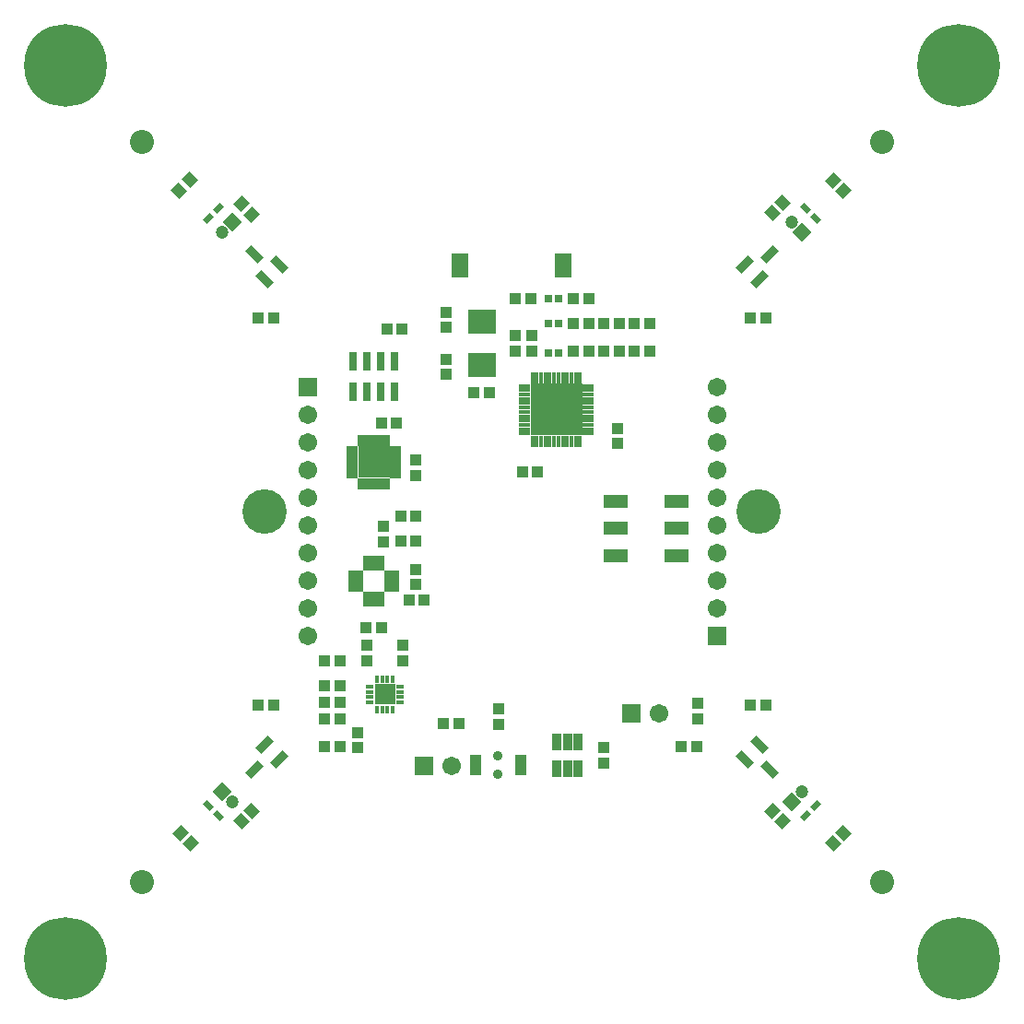
<source format=gts>
G04*
G04 #@! TF.GenerationSoftware,Altium Limited,Altium Designer,21.6.1 (37)*
G04*
G04 Layer_Color=8388736*
%FSLAX24Y24*%
%MOIN*%
G70*
G04*
G04 #@! TF.SameCoordinates,4ED41DF6-4530-4611-BF79-ADCA28F4CC56*
G04*
G04*
G04 #@! TF.FilePolarity,Negative*
G04*
G01*
G75*
%ADD43R,0.1182X0.1182*%
%ADD44R,0.0198X0.0415*%
%ADD45R,0.0415X0.0198*%
%ADD46R,0.0159X0.0415*%
%ADD47R,0.0415X0.0159*%
%ADD48R,0.1891X0.1891*%
%ADD49R,0.0178X0.0316*%
%ADD50R,0.0316X0.0178*%
%ADD51R,0.0769X0.0769*%
%ADD52R,0.0316X0.0710*%
%ADD53R,0.0395X0.0434*%
%ADD54R,0.0434X0.0395*%
%ADD55R,0.0356X0.0592*%
%ADD56R,0.1025X0.0867*%
%ADD57R,0.0316X0.0277*%
%ADD58R,0.0631X0.0867*%
G04:AMPARAMS|DCode=59|XSize=43.4mil|YSize=39.5mil|CornerRadius=0mil|HoleSize=0mil|Usage=FLASHONLY|Rotation=315.000|XOffset=0mil|YOffset=0mil|HoleType=Round|Shape=Rectangle|*
%AMROTATEDRECTD59*
4,1,4,-0.0293,0.0014,-0.0014,0.0293,0.0293,-0.0014,0.0014,-0.0293,-0.0293,0.0014,0.0*
%
%ADD59ROTATEDRECTD59*%

G04:AMPARAMS|DCode=60|XSize=43.4mil|YSize=39.5mil|CornerRadius=0mil|HoleSize=0mil|Usage=FLASHONLY|Rotation=225.000|XOffset=0mil|YOffset=0mil|HoleType=Round|Shape=Rectangle|*
%AMROTATEDRECTD60*
4,1,4,0.0014,0.0293,0.0293,0.0014,-0.0014,-0.0293,-0.0293,-0.0014,0.0014,0.0293,0.0*
%
%ADD60ROTATEDRECTD60*%

G04:AMPARAMS|DCode=61|XSize=31.6mil|YSize=65.1mil|CornerRadius=0mil|HoleSize=0mil|Usage=FLASHONLY|Rotation=45.000|XOffset=0mil|YOffset=0mil|HoleType=Round|Shape=Rectangle|*
%AMROTATEDRECTD61*
4,1,4,0.0118,-0.0342,-0.0342,0.0118,-0.0118,0.0342,0.0342,-0.0118,0.0118,-0.0342,0.0*
%
%ADD61ROTATEDRECTD61*%

G04:AMPARAMS|DCode=62|XSize=31.6mil|YSize=65.1mil|CornerRadius=0mil|HoleSize=0mil|Usage=FLASHONLY|Rotation=135.000|XOffset=0mil|YOffset=0mil|HoleType=Round|Shape=Rectangle|*
%AMROTATEDRECTD62*
4,1,4,0.0342,0.0118,-0.0118,-0.0342,-0.0342,-0.0118,0.0118,0.0342,0.0342,0.0118,0.0*
%
%ADD62ROTATEDRECTD62*%

G04:AMPARAMS|DCode=63|XSize=19.8mil|YSize=33.6mil|CornerRadius=0mil|HoleSize=0mil|Usage=FLASHONLY|Rotation=225.000|XOffset=0mil|YOffset=0mil|HoleType=Round|Shape=Rectangle|*
%AMROTATEDRECTD63*
4,1,4,-0.0049,0.0189,0.0189,-0.0049,0.0049,-0.0189,-0.0189,0.0049,-0.0049,0.0189,0.0*
%
%ADD63ROTATEDRECTD63*%

G04:AMPARAMS|DCode=64|XSize=19.8mil|YSize=33.6mil|CornerRadius=0mil|HoleSize=0mil|Usage=FLASHONLY|Rotation=315.000|XOffset=0mil|YOffset=0mil|HoleType=Round|Shape=Rectangle|*
%AMROTATEDRECTD64*
4,1,4,-0.0189,-0.0049,0.0049,0.0189,0.0189,0.0049,-0.0049,-0.0189,-0.0189,-0.0049,0.0*
%
%ADD64ROTATEDRECTD64*%

%ADD65R,0.0867X0.0474*%
%ADD66R,0.0434X0.0749*%
%ADD67R,0.0552X0.0198*%
%ADD68R,0.0198X0.0552*%
%ADD69R,0.0671X0.0671*%
%ADD70C,0.0671*%
%ADD71R,0.0671X0.0671*%
%ADD72C,0.0867*%
%ADD73C,0.2993*%
%ADD74C,0.0474*%
%ADD75P,0.0670X4X270.0*%
%ADD76P,0.0670X4X180.0*%
%ADD77C,0.0356*%
%ADD78C,0.1608*%
D43*
X13500Y20300D02*
D03*
D44*
X13008Y21097D02*
D03*
X13205D02*
D03*
X13402D02*
D03*
X13598D02*
D03*
X13795D02*
D03*
X13992D02*
D03*
Y19503D02*
D03*
X13795D02*
D03*
X13598D02*
D03*
X13402D02*
D03*
X13205D02*
D03*
X13008D02*
D03*
D45*
X14297Y20792D02*
D03*
Y20595D02*
D03*
Y20398D02*
D03*
Y20202D02*
D03*
Y20005D02*
D03*
Y19808D02*
D03*
X12703D02*
D03*
Y20005D02*
D03*
Y20202D02*
D03*
Y20398D02*
D03*
Y20595D02*
D03*
Y20792D02*
D03*
D46*
X19234Y21058D02*
D03*
X19391D02*
D03*
X19549D02*
D03*
X19706D02*
D03*
X19864D02*
D03*
X20021D02*
D03*
X20179D02*
D03*
X20336D02*
D03*
X20494D02*
D03*
X20651D02*
D03*
X20809D02*
D03*
X20966D02*
D03*
Y23342D02*
D03*
X20809D02*
D03*
X20651D02*
D03*
X20494D02*
D03*
X20336D02*
D03*
X20179D02*
D03*
X20021D02*
D03*
X19864D02*
D03*
X19706D02*
D03*
X19549D02*
D03*
X19391D02*
D03*
X19234D02*
D03*
D47*
X21242Y21334D02*
D03*
Y21491D02*
D03*
Y21649D02*
D03*
Y21806D02*
D03*
Y21964D02*
D03*
Y22121D02*
D03*
Y22279D02*
D03*
Y22436D02*
D03*
Y22594D02*
D03*
Y22751D02*
D03*
Y22909D02*
D03*
Y23066D02*
D03*
X18958D02*
D03*
Y22909D02*
D03*
Y22751D02*
D03*
Y22594D02*
D03*
Y22436D02*
D03*
Y22279D02*
D03*
Y22121D02*
D03*
Y21964D02*
D03*
Y21806D02*
D03*
Y21649D02*
D03*
Y21491D02*
D03*
Y21334D02*
D03*
D48*
X20100Y22200D02*
D03*
D49*
X13605Y11349D02*
D03*
X13802D02*
D03*
X13998D02*
D03*
X14195D02*
D03*
Y12451D02*
D03*
X13998D02*
D03*
X13802D02*
D03*
X13605D02*
D03*
D50*
X14451Y11605D02*
D03*
Y11802D02*
D03*
Y11998D02*
D03*
Y12195D02*
D03*
X13349D02*
D03*
Y11998D02*
D03*
Y11802D02*
D03*
Y11605D02*
D03*
D51*
X13900Y11900D02*
D03*
D52*
X14238Y22858D02*
D03*
X13746D02*
D03*
X13254D02*
D03*
X12762D02*
D03*
Y23942D02*
D03*
X13254D02*
D03*
X13746D02*
D03*
X14238D02*
D03*
D53*
X25176Y10000D02*
D03*
X24624D02*
D03*
X16576Y10850D02*
D03*
X16024D02*
D03*
X12276Y10000D02*
D03*
X11724D02*
D03*
X12276Y11600D02*
D03*
X11724D02*
D03*
X12276Y12200D02*
D03*
X11724D02*
D03*
X12276Y13100D02*
D03*
X11724D02*
D03*
X13224Y14300D02*
D03*
X13776D02*
D03*
X20724Y26200D02*
D03*
X21276D02*
D03*
X17676Y22800D02*
D03*
X17124D02*
D03*
X19426Y19950D02*
D03*
X18874D02*
D03*
X19176Y26200D02*
D03*
X18624D02*
D03*
X20724Y24300D02*
D03*
X21276D02*
D03*
X20724Y25300D02*
D03*
X21276D02*
D03*
X21824D02*
D03*
X22376D02*
D03*
X22924D02*
D03*
X23476D02*
D03*
X21824Y24300D02*
D03*
X22376D02*
D03*
X22924D02*
D03*
X23476D02*
D03*
X15326Y15300D02*
D03*
X14774D02*
D03*
X13774Y21700D02*
D03*
X14326D02*
D03*
X14474Y17450D02*
D03*
X15026D02*
D03*
X14474Y18350D02*
D03*
X15026D02*
D03*
X14526Y25100D02*
D03*
X13974D02*
D03*
X27124Y11500D02*
D03*
X27676D02*
D03*
X9324Y25500D02*
D03*
X9876D02*
D03*
X27124D02*
D03*
X27676D02*
D03*
X9876Y11500D02*
D03*
X9324D02*
D03*
X12276Y11000D02*
D03*
X11724D02*
D03*
D54*
X18000Y11376D02*
D03*
Y10824D02*
D03*
X12900Y10526D02*
D03*
Y9974D02*
D03*
X21800Y9976D02*
D03*
Y9424D02*
D03*
X13250Y13124D02*
D03*
Y13676D02*
D03*
X14550Y13124D02*
D03*
Y13676D02*
D03*
X25200Y11576D02*
D03*
Y11024D02*
D03*
X18600Y24324D02*
D03*
Y24876D02*
D03*
X19200Y24324D02*
D03*
Y24876D02*
D03*
X16100Y24026D02*
D03*
Y23474D02*
D03*
Y25726D02*
D03*
Y25174D02*
D03*
X22300Y20974D02*
D03*
Y21526D02*
D03*
X13850Y17976D02*
D03*
Y17424D02*
D03*
X15000Y19824D02*
D03*
Y20376D02*
D03*
Y15874D02*
D03*
Y16426D02*
D03*
D55*
X20126Y10172D02*
D03*
X20500D02*
D03*
X20874D02*
D03*
Y9228D02*
D03*
X20500D02*
D03*
X20126D02*
D03*
D56*
X17400Y25387D02*
D03*
Y23813D02*
D03*
D57*
X20197Y26200D02*
D03*
X19803D02*
D03*
X20197Y24250D02*
D03*
X19803D02*
D03*
X19803Y25300D02*
D03*
X20197D02*
D03*
D58*
X20360Y27400D02*
D03*
X16620D02*
D03*
D59*
X30495Y6895D02*
D03*
X30105Y6505D02*
D03*
X8705Y7305D02*
D03*
X9095Y7695D02*
D03*
X6447Y30130D02*
D03*
X6837Y30520D02*
D03*
X28295Y29695D02*
D03*
X27905Y29305D02*
D03*
D60*
X28295Y7305D02*
D03*
X27905Y7695D02*
D03*
X6505Y6895D02*
D03*
X6895Y6505D02*
D03*
X8705Y29645D02*
D03*
X9095Y29255D02*
D03*
X30495Y30105D02*
D03*
X30105Y30495D02*
D03*
D61*
X27827Y9173D02*
D03*
X26908Y9563D02*
D03*
X27437Y10092D02*
D03*
X9173Y27827D02*
D03*
X10092Y27437D02*
D03*
X9563Y26908D02*
D03*
D62*
X27827Y27827D02*
D03*
X27437Y26908D02*
D03*
X26908Y27437D02*
D03*
X9173Y9173D02*
D03*
X9563Y10092D02*
D03*
X10092Y9563D02*
D03*
D63*
X7888Y7512D02*
D03*
X7512Y7888D02*
D03*
X29488Y29112D02*
D03*
X29112Y29488D02*
D03*
D64*
X7888D02*
D03*
X7512Y29112D02*
D03*
X29488Y7888D02*
D03*
X29112Y7512D02*
D03*
D65*
X24452Y18884D02*
D03*
Y17900D02*
D03*
Y16916D02*
D03*
X22248Y18884D02*
D03*
Y17900D02*
D03*
Y16916D02*
D03*
D66*
X18809Y9348D02*
D03*
X17191Y9348D02*
D03*
D67*
X12850Y16295D02*
D03*
Y16098D02*
D03*
Y15902D02*
D03*
Y15705D02*
D03*
X14150D02*
D03*
Y15902D02*
D03*
Y16098D02*
D03*
Y16295D02*
D03*
D68*
X13205Y15350D02*
D03*
X13402D02*
D03*
X13598D02*
D03*
X13795D02*
D03*
Y16650D02*
D03*
X13598D02*
D03*
X13402D02*
D03*
X13205D02*
D03*
D69*
X15300Y9300D02*
D03*
X22800Y11200D02*
D03*
D70*
X16300Y9300D02*
D03*
X23800Y11200D02*
D03*
X25900Y15000D02*
D03*
Y17000D02*
D03*
Y18000D02*
D03*
Y19000D02*
D03*
Y20000D02*
D03*
Y21000D02*
D03*
Y22000D02*
D03*
Y23000D02*
D03*
Y16000D02*
D03*
X11100Y21000D02*
D03*
Y14000D02*
D03*
Y15000D02*
D03*
Y16000D02*
D03*
Y17000D02*
D03*
Y18000D02*
D03*
Y19000D02*
D03*
Y20000D02*
D03*
Y22000D02*
D03*
D71*
X25900Y14000D02*
D03*
X11100Y23000D02*
D03*
D72*
X31890Y5118D02*
D03*
Y31890D02*
D03*
X5118D02*
D03*
Y5118D02*
D03*
D73*
X2362Y2362D02*
D03*
X34646D02*
D03*
Y34646D02*
D03*
X2362D02*
D03*
D74*
X8023Y28623D02*
D03*
X28623Y28977D02*
D03*
X28977Y8377D02*
D03*
X8377Y8023D02*
D03*
D75*
Y28977D02*
D03*
X28623Y8023D02*
D03*
D76*
X28977Y28623D02*
D03*
X8023Y8377D02*
D03*
D77*
X17998Y9013D02*
D03*
X17998Y9687D02*
D03*
D78*
X27424Y18508D02*
D03*
X9565Y18500D02*
D03*
M02*

</source>
